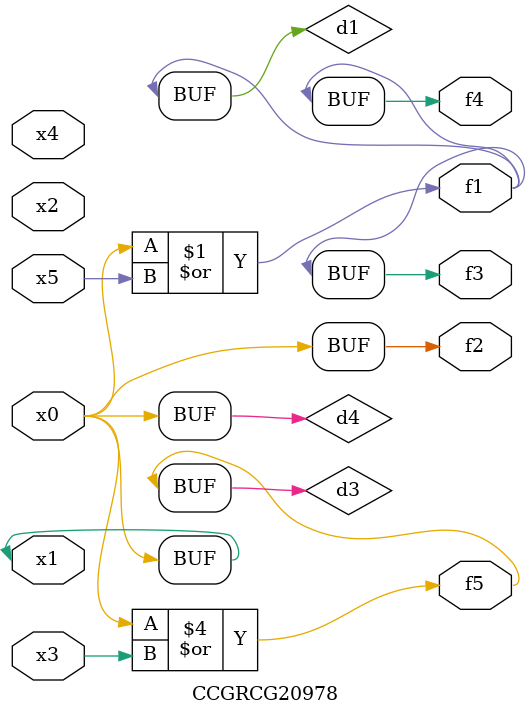
<source format=v>
module CCGRCG20978(
	input x0, x1, x2, x3, x4, x5,
	output f1, f2, f3, f4, f5
);

	wire d1, d2, d3, d4;

	or (d1, x0, x5);
	xnor (d2, x1, x4);
	or (d3, x0, x3);
	buf (d4, x0, x1);
	assign f1 = d1;
	assign f2 = d4;
	assign f3 = d1;
	assign f4 = d1;
	assign f5 = d3;
endmodule

</source>
